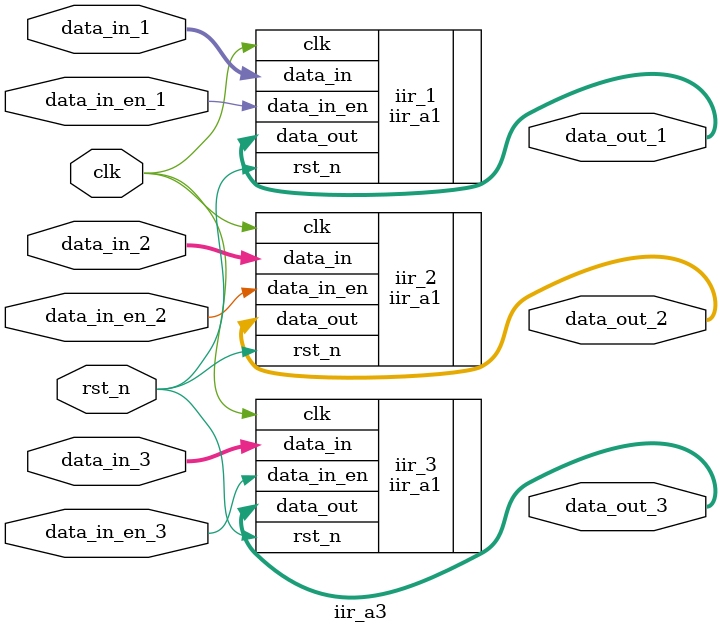
<source format=v>

module iir_a3(
    input clk,
    input rst_n,
    input signed [15:0] data_in_1,
    input signed [15:0] data_in_2,
    input signed [15:0] data_in_3,
    input data_in_en_1,
    input data_in_en_2,
    input data_in_en_3,
    output signed [31:0] data_out_1,
    output signed [31:0] data_out_2,
    output signed [31:0] data_out_3
);

iir_a1 iir_1(
    .clk(clk),
    .rst_n(rst_n),
    .data_in(data_in_1),
    .data_in_en(data_in_en_1),
    .data_out(data_out_1)
);

iir_a1 iir_2(
    .clk(clk),
    .rst_n(rst_n),
    .data_in(data_in_2),
    .data_in_en(data_in_en_2),
    .data_out(data_out_2)
);

iir_a1 iir_3(
    .clk(clk),
    .rst_n(rst_n),
    .data_in(data_in_3),
    .data_in_en(data_in_en_3),
    .data_out(data_out_3)
);

    
    
endmodule

</source>
